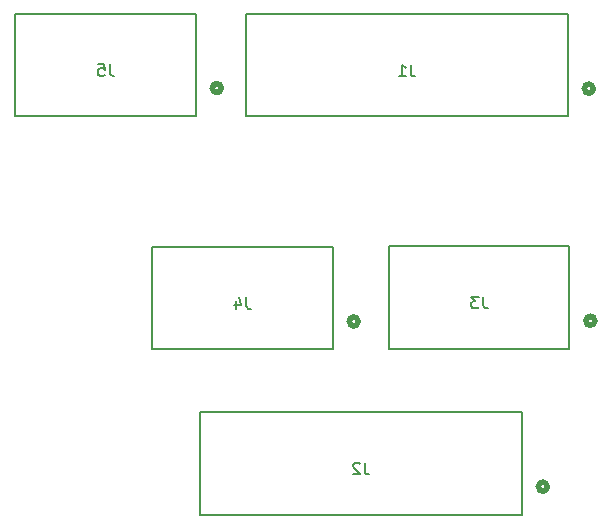
<source format=gbr>
%TF.GenerationSoftware,KiCad,Pcbnew,9.0.3*%
%TF.CreationDate,2025-08-25T22:17:15-05:00*%
%TF.ProjectId,Moco-IOBreakoutPCB,4d6f636f-2d49-44f4-9272-65616b6f7574,rev?*%
%TF.SameCoordinates,Original*%
%TF.FileFunction,Legend,Bot*%
%TF.FilePolarity,Positive*%
%FSLAX46Y46*%
G04 Gerber Fmt 4.6, Leading zero omitted, Abs format (unit mm)*
G04 Created by KiCad (PCBNEW 9.0.3) date 2025-08-25 22:17:15*
%MOMM*%
%LPD*%
G01*
G04 APERTURE LIST*
%ADD10C,0.150000*%
%ADD11C,0.152400*%
%ADD12C,0.508000*%
%ADD13C,3.200000*%
%ADD14C,1.574800*%
G04 APERTURE END LIST*
D10*
X163458332Y-75604819D02*
X163458332Y-76319104D01*
X163458332Y-76319104D02*
X163505951Y-76461961D01*
X163505951Y-76461961D02*
X163601189Y-76557200D01*
X163601189Y-76557200D02*
X163744046Y-76604819D01*
X163744046Y-76604819D02*
X163839284Y-76604819D01*
X163077379Y-75604819D02*
X162458332Y-75604819D01*
X162458332Y-75604819D02*
X162791665Y-75985771D01*
X162791665Y-75985771D02*
X162648808Y-75985771D01*
X162648808Y-75985771D02*
X162553570Y-76033390D01*
X162553570Y-76033390D02*
X162505951Y-76081009D01*
X162505951Y-76081009D02*
X162458332Y-76176247D01*
X162458332Y-76176247D02*
X162458332Y-76414342D01*
X162458332Y-76414342D02*
X162505951Y-76509580D01*
X162505951Y-76509580D02*
X162553570Y-76557200D01*
X162553570Y-76557200D02*
X162648808Y-76604819D01*
X162648808Y-76604819D02*
X162934522Y-76604819D01*
X162934522Y-76604819D02*
X163029760Y-76557200D01*
X163029760Y-76557200D02*
X163077379Y-76509580D01*
X153443330Y-89654818D02*
X153443330Y-90369103D01*
X153443330Y-90369103D02*
X153490949Y-90511960D01*
X153490949Y-90511960D02*
X153586187Y-90607199D01*
X153586187Y-90607199D02*
X153729044Y-90654818D01*
X153729044Y-90654818D02*
X153824282Y-90654818D01*
X153014758Y-89750056D02*
X152967139Y-89702437D01*
X152967139Y-89702437D02*
X152871901Y-89654818D01*
X152871901Y-89654818D02*
X152633806Y-89654818D01*
X152633806Y-89654818D02*
X152538568Y-89702437D01*
X152538568Y-89702437D02*
X152490949Y-89750056D01*
X152490949Y-89750056D02*
X152443330Y-89845294D01*
X152443330Y-89845294D02*
X152443330Y-89940532D01*
X152443330Y-89940532D02*
X152490949Y-90083389D01*
X152490949Y-90083389D02*
X153062377Y-90654818D01*
X153062377Y-90654818D02*
X152443330Y-90654818D01*
X157333336Y-55954819D02*
X157333336Y-56669104D01*
X157333336Y-56669104D02*
X157380955Y-56811961D01*
X157380955Y-56811961D02*
X157476193Y-56907200D01*
X157476193Y-56907200D02*
X157619050Y-56954819D01*
X157619050Y-56954819D02*
X157714288Y-56954819D01*
X156333336Y-56954819D02*
X156904764Y-56954819D01*
X156619050Y-56954819D02*
X156619050Y-55954819D01*
X156619050Y-55954819D02*
X156714288Y-56097676D01*
X156714288Y-56097676D02*
X156809526Y-56192914D01*
X156809526Y-56192914D02*
X156904764Y-56240533D01*
X143423333Y-75664818D02*
X143423333Y-76379103D01*
X143423333Y-76379103D02*
X143470952Y-76521960D01*
X143470952Y-76521960D02*
X143566190Y-76617199D01*
X143566190Y-76617199D02*
X143709047Y-76664818D01*
X143709047Y-76664818D02*
X143804285Y-76664818D01*
X142518571Y-75998151D02*
X142518571Y-76664818D01*
X142756666Y-75617199D02*
X142994761Y-76331484D01*
X142994761Y-76331484D02*
X142375714Y-76331484D01*
X131833334Y-55904818D02*
X131833334Y-56619103D01*
X131833334Y-56619103D02*
X131880953Y-56761960D01*
X131880953Y-56761960D02*
X131976191Y-56857199D01*
X131976191Y-56857199D02*
X132119048Y-56904818D01*
X132119048Y-56904818D02*
X132214286Y-56904818D01*
X130880953Y-55904818D02*
X131357143Y-55904818D01*
X131357143Y-55904818D02*
X131404762Y-56381008D01*
X131404762Y-56381008D02*
X131357143Y-56333389D01*
X131357143Y-56333389D02*
X131261905Y-56285770D01*
X131261905Y-56285770D02*
X131023810Y-56285770D01*
X131023810Y-56285770D02*
X130928572Y-56333389D01*
X130928572Y-56333389D02*
X130880953Y-56381008D01*
X130880953Y-56381008D02*
X130833334Y-56476246D01*
X130833334Y-56476246D02*
X130833334Y-56714341D01*
X130833334Y-56714341D02*
X130880953Y-56809579D01*
X130880953Y-56809579D02*
X130928572Y-56857199D01*
X130928572Y-56857199D02*
X131023810Y-56904818D01*
X131023810Y-56904818D02*
X131261905Y-56904818D01*
X131261905Y-56904818D02*
X131357143Y-56857199D01*
X131357143Y-56857199D02*
X131404762Y-56809579D01*
D11*
%TO.C,J3*%
X155492299Y-71343000D02*
X170757699Y-71343000D01*
X155492299Y-80004400D02*
X155492299Y-71343000D01*
X170757699Y-71343000D02*
X170757699Y-80004400D01*
X170757699Y-80004400D02*
X155492299Y-80004400D01*
D12*
X172916699Y-77650000D02*
G75*
G02*
X172154699Y-77650000I-381000J0D01*
G01*
X172154699Y-77650000D02*
G75*
G02*
X172916699Y-77650000I381000J0D01*
G01*
D11*
%TO.C,J2*%
X139482897Y-85392999D02*
X166737097Y-85392999D01*
X139482897Y-94054399D02*
X139482897Y-85392999D01*
X166737097Y-85392999D02*
X166737097Y-94054399D01*
X166737097Y-94054399D02*
X139482897Y-94054399D01*
D12*
X168896097Y-91699999D02*
G75*
G02*
X168134097Y-91699999I-381000J0D01*
G01*
X168134097Y-91699999D02*
G75*
G02*
X168896097Y-91699999I381000J0D01*
G01*
D11*
%TO.C,J1*%
X143372903Y-51693000D02*
X170627103Y-51693000D01*
X143372903Y-60354400D02*
X143372903Y-51693000D01*
X170627103Y-51693000D02*
X170627103Y-60354400D01*
X170627103Y-60354400D02*
X143372903Y-60354400D01*
D12*
X172786103Y-58000000D02*
G75*
G02*
X172024103Y-58000000I-381000J0D01*
G01*
X172024103Y-58000000D02*
G75*
G02*
X172786103Y-58000000I381000J0D01*
G01*
D11*
%TO.C,J4*%
X135457300Y-71402999D02*
X150722700Y-71402999D01*
X135457300Y-80064399D02*
X135457300Y-71402999D01*
X150722700Y-71402999D02*
X150722700Y-80064399D01*
X150722700Y-80064399D02*
X135457300Y-80064399D01*
D12*
X152881700Y-77709999D02*
G75*
G02*
X152119700Y-77709999I-381000J0D01*
G01*
X152119700Y-77709999D02*
G75*
G02*
X152881700Y-77709999I381000J0D01*
G01*
D11*
%TO.C,J5*%
X123867301Y-51642999D02*
X139132701Y-51642999D01*
X123867301Y-60304399D02*
X123867301Y-51642999D01*
X139132701Y-51642999D02*
X139132701Y-60304399D01*
X139132701Y-60304399D02*
X123867301Y-60304399D01*
D12*
X141291701Y-57949999D02*
G75*
G02*
X140529701Y-57949999I-381000J0D01*
G01*
X140529701Y-57949999D02*
G75*
G02*
X141291701Y-57949999I381000J0D01*
G01*
%TD*%
%LPC*%
D13*
%TO.C,REF\u002A\u002A*%
X177500000Y-58000000D03*
%TD*%
%TO.C,REF\u002A\u002A*%
X117000000Y-58000000D03*
%TD*%
D14*
%TO.C,J3*%
X166124998Y-77650000D03*
X163124999Y-77650000D03*
X160125000Y-77650000D03*
X166124998Y-74650001D03*
X163124999Y-74650001D03*
X160125000Y-74650001D03*
%TD*%
%TO.C,J2*%
X162109994Y-91699999D03*
X159109995Y-91699999D03*
X156109996Y-91699999D03*
X153109997Y-91699999D03*
X150109998Y-91699999D03*
X147109999Y-91699999D03*
X144110000Y-91699999D03*
X162109994Y-88700000D03*
X159109995Y-88700000D03*
X156109996Y-88700000D03*
X153109997Y-88700000D03*
X150109998Y-88700000D03*
X147109999Y-88700000D03*
X144110000Y-88700000D03*
%TD*%
%TO.C,J1*%
X166000000Y-58000000D03*
X163000001Y-58000000D03*
X160000002Y-58000000D03*
X157000003Y-58000000D03*
X154000004Y-58000000D03*
X151000005Y-58000000D03*
X148000006Y-58000000D03*
X166000000Y-55000001D03*
X163000001Y-55000001D03*
X160000002Y-55000001D03*
X157000003Y-55000001D03*
X154000004Y-55000001D03*
X151000005Y-55000001D03*
X148000006Y-55000001D03*
%TD*%
%TO.C,J4*%
X146089999Y-77709999D03*
X143090000Y-77709999D03*
X140090001Y-77709999D03*
X146089999Y-74710000D03*
X143090000Y-74710000D03*
X140090001Y-74710000D03*
%TD*%
%TO.C,J5*%
X134500000Y-57949999D03*
X131500001Y-57949999D03*
X128500002Y-57949999D03*
X134500000Y-54950000D03*
X131500001Y-54950000D03*
X128500002Y-54950000D03*
%TD*%
%LPD*%
M02*

</source>
